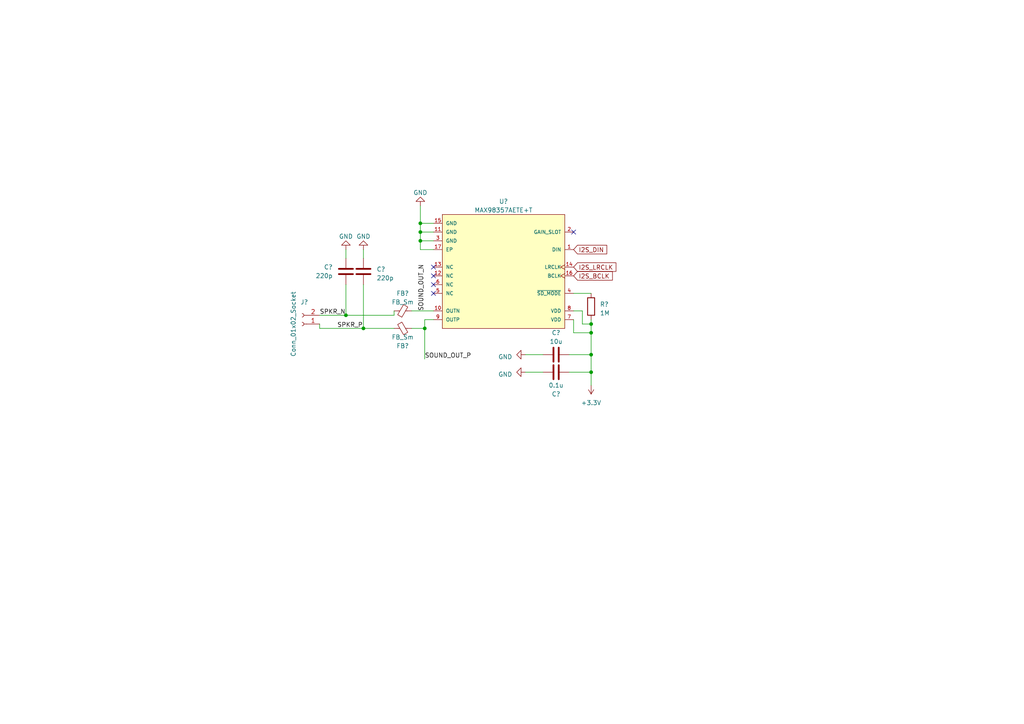
<source format=kicad_sch>
(kicad_sch (version 20230121) (generator eeschema)
  (paper "A4")
  (lib_symbols
    (symbol "Amplifier_Audio:MAX98357AETE+T" (pin_names (offset 1.016))
      (property "Reference" "U" (at 0 5.08 0))
      (property "Value" "MAX98357AETE+T" (at 0 7.62 0))
      (symbol "MAX98357AETE+T_1_1"
        (rectangle (start 5.08 2.54) (end 40.64 -30.48) (fill (type background)))
        (pin input line (at 2.54 -20.32 0) (length 2.54) (name "DIN") (number "1"))
        (pin passive line (at 43.18 -2.54 180) (length 2.54) (name "OUTN") (number "10"))
        (pin power_in line (at 43.18 -25.4 180) (length 2.54) (name "GND") (number "11"))
        (pin passive line (at 43.18 -12.7 180) (length 2.54) (name "NC") (number "12"))
        (pin passive line (at 43.18 -15.24 180) (length 2.54) (name "NC") (number "13"))
        (pin input clock (at 2.54 -15.24 0) (length 2.54) (name "LRCLK") (number "14"))
        (pin power_in line (at 43.18 -27.94 180) (length 2.54) (name "GND") (number "15"))
        (pin input clock (at 2.54 -12.7 0) (length 2.54) (name "BCLK") (number "16"))
        (pin passive line (at 43.18 -20.32 180) (length 2.54) (name "EP") (number "17"))
        (pin passive line (at 2.54 -25.4 0) (length 2.54) (name "GAIN_SLOT") (number "2"))
        (pin power_in line (at 43.18 -22.86 180) (length 2.54) (name "GND") (number "3"))
        (pin input line (at 2.54 -7.62 0) (length 2.54) (name "~{SD_MODE}") (number "4"))
        (pin passive line (at 43.18 -7.62 180) (length 2.54) (name "NC") (number "5"))
        (pin passive line (at 43.18 -10.16 180) (length 2.54) (name "NC") (number "6"))
        (pin power_in line (at 2.54 0 0) (length 2.54) (name "VDD") (number "7"))
        (pin power_in line (at 2.54 -2.54 0) (length 2.54) (name "VDD") (number "8"))
        (pin passive line (at 43.18 0 180) (length 2.54) (name "OUTP") (number "9"))
      )
    )
    (symbol "Connector:Conn_01x02_Socket" (pin_names (offset 1.016) hide)
      (property "Reference" "J" (at 0 2.54 0))
      (property "Value" "Conn_01x02_Socket" (at 0 -5.08 0))
      (symbol "Conn_01x02_Socket_1_1"
        (arc (start 0 -2.032) (mid -0.5058 -2.54) (end 0 -3.048) (stroke (width 0.1524)))
        (polyline (pts (xy -1.27 -2.54) (xy -0.508 -2.54)) (stroke (width 0.1524)))
        (polyline (pts (xy -1.27 0) (xy -0.508 0)) (stroke (width 0.1524)))
        (arc (start 0 0.508) (mid -0.5058 0) (end 0 -0.508) (stroke (width 0.1524)))
        (pin passive line (at -5.08 0 0) (length 3.81) (name "Pin_1") (number "1"))
        (pin passive line (at -5.08 -2.54 0) (length 3.81) (name "Pin_2") (number "2"))
      )
    )
    (symbol "Device:C" (pin_numbers hide) (pin_names (offset 0.254))
      (property "Reference" "C" (at 0.635 2.54 0))
      (property "Value" "C" (at 0.635 -2.54 0))
      (symbol "C_0_1"
        (polyline (pts (xy -2.032 -0.762) (xy 2.032 -0.762)) (stroke (width 0.508)))
        (polyline (pts (xy -2.032 0.762) (xy 2.032 0.762)) (stroke (width 0.508)))
      )
      (symbol "C_1_1"
        (pin passive line (at 0 3.81 270) (length 2.794) (name "~") (number "1"))
        (pin passive line (at 0 -3.81 90) (length 2.794) (name "~") (number "2"))
      )
    )
    (symbol "Device:FerriteBead_Small" (pin_numbers hide) (pin_names (offset 0))
      (property "Reference" "FB" (at 1.905 1.27 0))
      (property "Value" "FerriteBead_Small" (at 1.905 -1.27 0))
      (symbol "FerriteBead_Small_0_1"
        (polyline (pts (xy 0 -1.27) (xy 0 -0.7874)))
        (polyline (pts (xy 0 0.889) (xy 0 1.2954)))
        (polyline (pts (xy -1.8288 0.2794) (xy -1.1176 1.4986) (xy 1.8288 -0.2032) (xy 1.1176 -1.4224) (xy -1.8288 0.2794)))
      )
      (symbol "FerriteBead_Small_1_1"
        (pin passive line (at 0 2.54 270) (length 1.27) (name "~") (number "1"))
        (pin passive line (at 0 -2.54 90) (length 1.27) (name "~") (number "2"))
      )
    )
    (symbol "Device:R" (pin_numbers hide) (pin_names (offset 0))
      (property "Reference" "R" (at 2.032 0 90))
      (property "Value" "R" (at 0 0 90))
      (symbol "R_0_1"
        (rectangle (start -1.016 -2.54) (end 1.016 2.54) (stroke (width 0.254)))
      )
      (symbol "R_1_1"
        (pin passive line (at 0 3.81 270) (length 1.27) (name "~") (number "1"))
        (pin passive line (at 0 -3.81 90) (length 1.27) (name "~") (number "2"))
      )
    )
    (symbol "PCM_4ms_Power-symbol:GND" (power) (pin_names (offset 0))
      (property "Value" "GND" (at 0 -3.81 0))
      (symbol "GND_0_1"
        (polyline (pts (xy 0 0) (xy 0 -1.27) (xy 1.27 -1.27) (xy 0 -2.54) (xy -1.27 -1.27) (xy 0 -1.27)))
      )
      (symbol "GND_1_1"
        (pin power_in line (at 0 0 270) (length 0) hide (name "GND") (number "1"))
      )
    )
    (symbol "power:+3.3V" (power) (pin_names (offset 0))
      (property "Value" "+3.3V" (at 0 3.556 0))
      (symbol "+3.3V_0_1"
        (polyline (pts (xy -0.762 1.27) (xy 0 2.54)))
        (polyline (pts (xy 0 0) (xy 0 2.54)))
        (polyline (pts (xy 0 2.54) (xy 0.762 1.27)))
      )
      (symbol "+3.3V_1_1"
        (pin power_in line (at 0 0 90) (length 0) hide (name "+3.3V") (number "1"))
      )
    )
  )
  (junction (at 100.33 91.44))
  (junction (at 121.92 67.31))
  (junction (at 105.41 95.25))
  (junction (at 121.92 64.77))
  (junction (at 171.45 102.87))
  (junction (at 121.92 69.85))
  (junction (at 123.19 95.25))
  (junction (at 171.45 93.98))
  (junction (at 171.45 96.52))
  (junction (at 171.45 107.95))
  (no_connect (at 125.73 80.01))
  (no_connect (at 125.73 85.09))
  (no_connect (at 125.73 82.55))
  (no_connect (at 166.37 67.31))
  (no_connect (at 125.73 77.47))
  (wire (pts (xy 119.38 90.17) (xy 125.73 90.17)))
  (wire (pts (xy 168.91 93.98) (xy 171.45 93.98)))
  (wire (pts (xy 152.4 102.87) (xy 157.48 102.87)))
  (wire (pts (xy 171.45 107.95) (xy 165.1 107.95)))
  (wire (pts (xy 92.71 91.44) (xy 100.33 91.44)))
  (wire (pts (xy 100.33 91.44) (xy 114.3 91.44)))
  (wire (pts (xy 123.19 92.71) (xy 123.19 95.25)))
  (wire (pts (xy 168.91 90.17) (xy 168.91 93.98)))
  (wire (pts (xy 171.45 111.76) (xy 171.45 107.95)))
  (wire (pts (xy 165.1 102.87) (xy 171.45 102.87)))
  (wire (pts (xy 125.73 69.85) (xy 121.92 69.85)))
  (wire (pts (xy 125.73 67.31) (xy 121.92 67.31)))
  (wire (pts (xy 152.4 107.95) (xy 157.48 107.95)))
  (wire (pts (xy 114.3 91.44) (xy 114.3 90.17)))
  (wire (pts (xy 171.45 93.98) (xy 171.45 96.52)))
  (wire (pts (xy 121.92 59.69) (xy 121.92 64.77)))
  (wire (pts (xy 166.37 96.52) (xy 171.45 96.52)))
  (wire (pts (xy 171.45 92.71) (xy 171.45 93.98)))
  (wire (pts (xy 121.92 72.39) (xy 121.92 69.85)))
  (wire (pts (xy 166.37 92.71) (xy 166.37 96.52)))
  (wire (pts (xy 121.92 64.77) (xy 125.73 64.77)))
  (wire (pts (xy 105.41 82.55) (xy 105.41 95.25)))
  (wire (pts (xy 125.73 92.71) (xy 123.19 92.71)))
  (wire (pts (xy 166.37 90.17) (xy 168.91 90.17)))
  (wire (pts (xy 92.71 95.25) (xy 92.71 93.98)))
  (wire (pts (xy 125.73 72.39) (xy 121.92 72.39)))
  (wire (pts (xy 123.19 95.25) (xy 119.38 95.25)))
  (wire (pts (xy 105.41 72.39) (xy 105.41 74.93)))
  (wire (pts (xy 114.3 95.25) (xy 105.41 95.25)))
  (wire (pts (xy 100.33 82.55) (xy 100.33 91.44)))
  (wire (pts (xy 166.37 85.09) (xy 171.45 85.09)))
  (wire (pts (xy 121.92 69.85) (xy 121.92 67.31)))
  (wire (pts (xy 123.19 95.25) (xy 123.19 104.14)))
  (wire (pts (xy 171.45 96.52) (xy 171.45 102.87)))
  (wire (pts (xy 100.33 72.39) (xy 100.33 74.93)))
  (wire (pts (xy 121.92 67.31) (xy 121.92 64.77)))
  (wire (pts (xy 92.71 95.25) (xy 105.41 95.25)))
  (wire (pts (xy 171.45 102.87) (xy 171.45 107.95)))
  (label "SOUND_OUT_N" (at 123.19 90.17 90))
  (label "SPKR_N" (at 92.71 91.44 0))
  (label "SOUND_OUT_P" (at 123.19 104.14 0))
  (label "SPKR_P" (at 97.79 95.25 0))
  (global_label "I2S_DIN" (shape input) (at 166.37 72.39 0) (property "Intersheetrefs" "${INTERSHEET_REFS}" (effects hide)))
  (global_label "I2S_BCLK" (shape input) (at 166.37 80.01 0) (property "Intersheetrefs" "${INTERSHEET_REFS}" (effects hide)))
  (global_label "I2S_LRCLK" (shape input) (at 166.37 77.47 0) (property "Intersheetrefs" "${INTERSHEET_REFS}" (effects hide)))
  (symbol (lib_id "Connector:Conn_01x02_Socket") (at 87.63 93.98 180) (unit 1) (in_bom no)
    (property "Reference" "J?" (at 88.265 87.63 0))
    (property "Value" "Conn_01x02_Socket" (at 85.09 93.98 90))
    (property "Footprint" "Connector_JST:JST_PH_S2B-PH-K_1x02_P2.00mm_Horizontal" (effects hide))
    (instances (project "system-board" (path "" (reference "J?") (unit 1))) (project "stacked-boards" (path "" (reference "J3") (unit 1))))
  )
  (symbol (lib_id "PCM_4ms_Power-symbol:GND") (at 105.41 72.39 180) (unit 1)
    (property "Reference" "#PWR?" (effects hide))
    (property "Value" "GND" (at 105.41 68.58 0))
    (instances (project "system-board" (path "" (reference "#PWR?") (unit 1))) (project "stacked-boards" (path "" (reference "#PWR011") (unit 1))))
  )
  (symbol (lib_id "power:+3.3V") (at 171.45 111.76 180) (unit 1)
    (property "Reference" "#PWR014" (effects hide))
    (property "Value" "+3.3V" (at 171.45 116.84 0))
  )
  (symbol (lib_id "PCM_4ms_Power-symbol:GND") (at 152.4 102.87 270) (unit 1)
    (property "Reference" "#PWR?" (effects hide))
    (property "Value" "GND" (at 148.59 103.505 90) (effects (justify right)))
    (instances (project "system-board" (path "" (reference "#PWR?") (unit 1))) (project "stacked-boards" (path "" (reference "#PWR012") (unit 1))))
  )
  (symbol (lib_id "Device:R") (at 171.45 88.9 0) (unit 1)
    (property "Reference" "R?" (at 173.99 88.265 0) (effects (justify left)))
    (property "Value" "1M" (at 173.99 90.805 0) (effects (justify left)))
    (property "Footprint" "Resistor_SMD:R_1206_3216Metric" (effects hide))
    (property "JLCPCB Part #" "C17927" (effects hide))
    (property "Substitution Comments" "Keep the value correct." (effects hide))
    (instances (project "system-board" (path "" (reference "R?") (unit 1))) (project "stacked-boards" (path "" (reference "R3") (unit 1))))
  )
  (symbol (lib_id "Device:FerriteBead_Small") (at 116.84 90.17 90) (unit 1)
    (property "Reference" "FB?" (at 116.8019 85.09 90))
    (property "Value" "FB_Sm" (at 116.8019 87.63 90))
    (property "Footprint" "PCM_Ferrite_SMD_AKL:Ferrite_0603_1608Metric" (effects hide))
    (property "JLCPCB Part #" "C304312" (effects hide))
    (property "MPN" "HCB1608KF-102T10" (effects hide))
    (property "Manufacturer" "TAI-TECH" (effects hide))
    (property "Substitution Comments" "Just make sure it can handle 1A. It's for a low-pass filter in analog audio output." (effects hide))
    (instances (project "system-board" (path "" (reference "FB?") (unit 1))) (project "stacked-boards" (path "" (reference "FB1") (unit 1))))
  )
  (symbol (lib_id "Device:C") (at 105.41 78.74 0) (unit 1)
    (property "Reference" "C?" (at 109.22 78.105 0) (effects (justify left)))
    (property "Value" "220p" (at 109.22 80.645 0) (effects (justify left)))
    (property "Footprint" "Capacitor_SMD:C_1206_3216Metric" (effects hide))
    (property "Datasheet" "https://product.tdk.com/system/files/dam/doc/product/capacitor/ceramic/mlcc/catalog/mlcc_commercial_midvoltage_en.pdf?ref_disty=mouser" (effects hide))
    (property "JLCPCB Part #" "C2167400" (effects hide))
    (property "Substitution Comments" "Keep the value correct." (effects hide))
    (property "Manufacturer" "TDK" (effects hide))
    (property "Manufacturer_Part_Number" "C3216C0G2J221J060AA" (effects hide))
    (property "Mouser Part Number" "810-C3216C0G2J221J" (effects hide))
    (instances (project "system-board" (path "" (reference "C?") (unit 1))) (project "stacked-boards" (path "" (reference "C6") (unit 1))))
  )
  (symbol (lib_id "Device:C") (at 161.29 102.87 90) (unit 1)
    (property "Reference" "C?" (at 161.29 96.52 90))
    (property "Value" "10u" (at 161.29 99.06 90))
    (property "Footprint" "Capacitor_SMD:C_1206_3216Metric" (effects hide))
    (property "Datasheet" "https://datasheet.lcsc.com/lcsc/1810221112_Samsung-Electro-Mechanics-CL31A106KBHNNNE_C13585.pdf" (effects hide))
    (property "JLCPCB Part #" "C13585" (effects hide))
    (property "Substitution Comments" "Keep the value correct." (effects hide))
    (property "Manufacturer" "Samsung" (effects hide))
    (property "Manufacturer_Part_Number" "CL31A106KBHNNNE" (effects hide))
    (property "Mouser Part Number" "187-CL31A106KBHNNNE" (effects hide))
    (instances (project "system-board" (path "" (reference "C?") (unit 1))) (project "stacked-boards" (path "" (reference "C7") (unit 1))))
  )
  (symbol (lib_id "Device:C") (at 100.33 78.74 0) (mirror y) (unit 1)
    (property "Reference" "C?" (at 96.52 77.47 0) (effects (justify left)))
    (property "Value" "220p" (at 96.52 80.01 0) (effects (justify left)))
    (property "Footprint" "Capacitor_SMD:C_1206_3216Metric" (effects hide))
    (property "Datasheet" "https://product.tdk.com/system/files/dam/doc/product/capacitor/ceramic/mlcc/catalog/mlcc_commercial_midvoltage_en.pdf?ref_disty=mouser" (effects hide))
    (property "JLCPCB Part #" "C2167400" (effects hide))
    (property "Substitution Comments" "Keep the value correct." (effects hide))
    (property "Manufacturer" "TDK" (effects hide))
    (property "Manufacturer_Part_Number" "C3216C0G2J221J060AA" (effects hide))
    (property "Mouser Part Number" "810-C3216C0G2J221J" (effects hide))
    (instances (project "system-board" (path "" (reference "C?") (unit 1))) (project "stacked-boards" (path "" (reference "C5") (unit 1))))
  )
  (symbol (lib_id "Device:C") (at 161.29 107.95 270) (unit 1)
    (property "Reference" "C?" (at 161.29 114.3 90))
    (property "Value" "0.1u" (at 161.29 111.76 90))
    (property "Footprint" "Capacitor_SMD:C_0603_1608Metric" (effects hide))
    (property "Datasheet" "https://datasheet.lcsc.com/lcsc/2211101700_YAGEO-CC0603KRX7R9BB104_C14663.pdf" (effects hide))
    (property "JLCPCB Part #" "C14663" (effects hide))
    (property "Substitution Comments" "Keep the value correct." (effects hide))
    (property "Manufacturer" "YAGEO" (effects hide))
    (property "Manufacturer_Part_Number" "CC0603KRX7R9BB104" (effects hide))
    (property "Mouser Part Number" "603-CC603KRX7R9BB104" (effects hide))
    (instances (project "system-board" (path "" (reference "C?") (unit 1))) (project "stacked-boards" (path "" (reference "C8") (unit 1))))
  )
  (symbol (lib_id "Device:FerriteBead_Small") (at 116.84 95.25 90) (mirror x) (unit 1)
    (property "Reference" "FB?" (at 116.8019 100.33 90))
    (property "Value" "FB_Sm" (at 116.8019 97.79 90))
    (property "Footprint" "PCM_Ferrite_SMD_AKL:Ferrite_0603_1608Metric" (effects hide))
    (property "JLCPCB Part #" "C304312" (effects hide))
    (property "MPN" "HCB1608KF-102T10" (effects hide))
    (property "Manufacturer" "TAI-TECH" (effects hide))
    (property "Substitution Comments" "Just make sure it can handle 1A. It's for a low-pass filter in analog audio output." (effects hide))
    (instances (project "system-board" (path "" (reference "FB?") (unit 1))) (project "stacked-boards" (path "" (reference "FB2") (unit 1))))
  )
  (symbol (lib_id "PCM_4ms_Power-symbol:GND") (at 152.4 107.95 270) (unit 1)
    (property "Reference" "#PWR?" (effects hide))
    (property "Value" "GND" (at 148.59 108.585 90) (effects (justify right)))
    (instances (project "system-board" (path "" (reference "#PWR?") (unit 1))) (project "stacked-boards" (path "" (reference "#PWR013") (unit 1))))
  )
  (symbol (lib_id "PCM_4ms_Power-symbol:GND") (at 100.33 72.39 180) (unit 1)
    (property "Reference" "#PWR?" (effects hide))
    (property "Value" "GND" (at 100.33 68.58 0))
    (instances (project "system-board" (path "" (reference "#PWR?") (unit 1))) (project "stacked-boards" (path "" (reference "#PWR010") (unit 1))))
  )
  (symbol (lib_id "PCM_4ms_Power-symbol:GND") (at 121.92 59.69 180) (unit 1)
    (property "Reference" "#PWR?" (effects hide))
    (property "Value" "GND" (at 121.92 55.88 0))
    (instances (project "system-board" (path "" (reference "#PWR?") (unit 1))) (project "stacked-boards" (path "" (reference "#PWR09") (unit 1))))
  )
  (symbol (lib_id "Amplifier_Audio:MAX98357AETE+T") (at 168.91 92.71 180) (unit 1)
    (property "Reference" "U?" (at 146.05 58.42 0))
    (property "Value" "MAX98357AETE+T" (at 146.05 60.96 0))
    (property "Footprint" "imports:Maxim_Integrated-T1633-4-0-V-IPC_C" (effects hide))
    (property "Datasheet" "https://datasheets.maximintegrated.com/en/ds/MAX98357A-MAX98357B.pdf" (effects hide))
    (property "automotive" "No" (effects hide))
    (property "category" "IC" (effects hide))
    (property "device class L1" "Integrated Circuits (ICs)" (effects hide))
    (property "device class L2" "Linear ICs" (effects hide))
    (property "device class L3" "Amplifiers - Audio" (effects hide))
    (property "digikey description" "IC AMP CLASS D MONO 3.2W 16TQFN" (effects hide))
    (property "digikey part number" "MAX98357AETE+TCT-ND" (effects hide))
    (property "footprint url" "https://pdfserv.maximintegrated.com/land_patterns/90-0031.PDF" (effects hide))
    (property "height" "0.8mm" (effects hide))
    (property "ipc land pattern name" "QFN50P300X300X75-16" (effects hide))
    (property "lead free" "Yes" (effects hide))
    (property "library id" "f761d93c558e3979" (effects hide))
    (property "max junction temp" "+150°C" (effects hide))
    (property "max supply voltage" "5.5V" (effects hide))
    (property "min supply voltage" "2.5V" (effects hide))
    (property "nominal supply current" "2.4-2.75mA" (effects hide))
    (property "number of channels" "1" (effects hide))
    (property "package" "TQFN16" (effects hide))
    (property "power at speaker r" "3.2W @ 4Ω" (effects hide))
    (property "rohs" "Yes" (effects hide))
    (property "standoff height" "0mm" (effects hide))
    (property "temperature range high" "+85°C" (effects hide))
    (property "temperature range low" "-40°C" (effects hide))
    (property "voltage gain" "15dB" (effects hide))
    (property "JLCPCB Part #" "C910544" (effects hide))
    (property "Manufacturer" "Maxim Integrated" (effects hide))
    (property "Substitution Comments" "Need to keep this compatible." (effects hide))
    (property "Mouser Part Number" "700-MAX98357AETE+T" (effects hide))
    (instances (project "system-board" (path "" (reference "U?") (unit 1))) (project "stacked-boards" (path "" (reference "U2") (unit 1))))
  )
)
</source>
